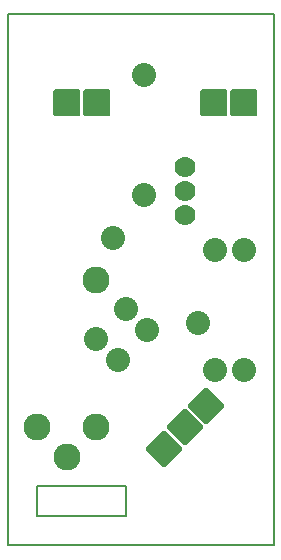
<source format=gbr>
G04 PROTEUS GERBER X2 FILE*
%TF.GenerationSoftware,Labcenter,Proteus,8.12-SP0-Build30713*%
%TF.CreationDate,2023-05-14T03:14:54+00:00*%
%TF.FileFunction,Soldermask,Top*%
%TF.FilePolarity,Negative*%
%TF.Part,Single*%
%TF.SameCoordinates,{c0eacf68-35c9-4941-82e1-425e7bc03e7b}*%
%FSLAX45Y45*%
%MOMM*%
G01*
%TA.AperFunction,Material*%
%ADD18C,2.032000*%
%AMPPAD009*
4,1,36,
-1.016000,1.143000,
1.016000,1.143000,
1.041970,1.140470,
1.065980,1.133200,
1.087580,1.121650,
1.106290,1.106290,
1.121650,1.087570,
1.133200,1.065980,
1.140470,1.041970,
1.143000,1.016000,
1.143000,-1.016000,
1.140470,-1.041970,
1.133200,-1.065980,
1.121650,-1.087570,
1.106290,-1.106290,
1.087580,-1.121650,
1.065980,-1.133200,
1.041970,-1.140470,
1.016000,-1.143000,
-1.016000,-1.143000,
-1.041970,-1.140470,
-1.065980,-1.133200,
-1.087580,-1.121650,
-1.106290,-1.106290,
-1.121650,-1.087570,
-1.133200,-1.065980,
-1.140470,-1.041970,
-1.143000,-1.016000,
-1.143000,1.016000,
-1.140470,1.041970,
-1.133200,1.065980,
-1.121650,1.087570,
-1.106290,1.106290,
-1.087580,1.121650,
-1.065980,1.133200,
-1.041970,1.140470,
-1.016000,1.143000,
0*%
%ADD19PPAD009*%
%TA.AperFunction,Material*%
%ADD70C,2.286000*%
%TA.AperFunction,Material*%
%ADD71C,1.778000*%
%AMPPAD012*
4,1,36,
1.526640,-0.089800,
0.089800,-1.526640,
0.069650,-1.543220,
0.047530,-1.555060,
0.024090,-1.562160,
0.000000,-1.564530,
-0.024100,-1.562150,
-0.047530,-1.555060,
-0.069650,-1.543220,
-0.089800,-1.526640,
-1.526640,-0.089800,
-1.543220,-0.069650,
-1.555060,-0.047530,
-1.562150,-0.024100,
-1.564530,0.000000,
-1.562160,0.024090,
-1.555060,0.047530,
-1.543220,0.069650,
-1.526640,0.089800,
-0.089800,1.526640,
-0.069650,1.543220,
-0.047530,1.555060,
-0.024090,1.562160,
0.000000,1.564530,
0.024100,1.562150,
0.047530,1.555060,
0.069650,1.543220,
0.089800,1.526640,
1.526640,0.089800,
1.543220,0.069650,
1.555060,0.047530,
1.562150,0.024100,
1.564530,0.000000,
1.562160,-0.024090,
1.555060,-0.047530,
1.543220,-0.069650,
1.526640,-0.089800,
0*%
%ADD20PPAD012*%
%TA.AperFunction,Profile*%
%ADD15C,0.203200*%
%TD.AperFunction*%
D18*
X-1359210Y+2601210D03*
X-640789Y+1882789D03*
D19*
X-1750000Y+3750000D03*
X-1496000Y+3750000D03*
D70*
X-1500000Y+1000000D03*
X-1750000Y+750000D03*
X-2000000Y+1000000D03*
D19*
X-250000Y+3750000D03*
X-504000Y+3750000D03*
D71*
X-750000Y+2796800D03*
X-750000Y+3000000D03*
X-750000Y+3203200D03*
D18*
X-250000Y+2500000D03*
X-250000Y+1484000D03*
X-1100000Y+3984000D03*
X-1100000Y+2968000D03*
X-500000Y+2500000D03*
X-500000Y+1484000D03*
D20*
X-570395Y+1179605D03*
X-750000Y+1000000D03*
X-929606Y+820395D03*
D18*
X-1320395Y+1570395D03*
X-1500000Y+1750000D03*
X-1070395Y+1820395D03*
X-1250000Y+2000000D03*
D70*
X-1500000Y+2250000D03*
D15*
X-1000000Y+4500000D02*
X-1750000Y+4500000D01*
X-2000000Y+4500000D01*
X-1000000Y+4500000D02*
X+0Y+4500000D01*
X+0Y+0D02*
X+0Y+4500000D01*
X-1000000Y+0D02*
X+0Y+0D01*
X-1000000Y+0D02*
X-2000000Y+0D01*
X-2250000Y+0D02*
X-2250000Y+4500000D01*
X-2000000Y+4500000D01*
X-1250000Y+500000D02*
X-1750000Y+500000D01*
X-1750000Y+250000D02*
X-1250000Y+250000D01*
X-1750000Y+500000D02*
X-2000000Y+500000D01*
X-2000000Y+250000D01*
X-1750000Y+250000D01*
X-2250000Y+0D02*
X-2000000Y+0D01*
X-1250000Y+500000D02*
X-1250000Y+250000D01*
M02*

</source>
